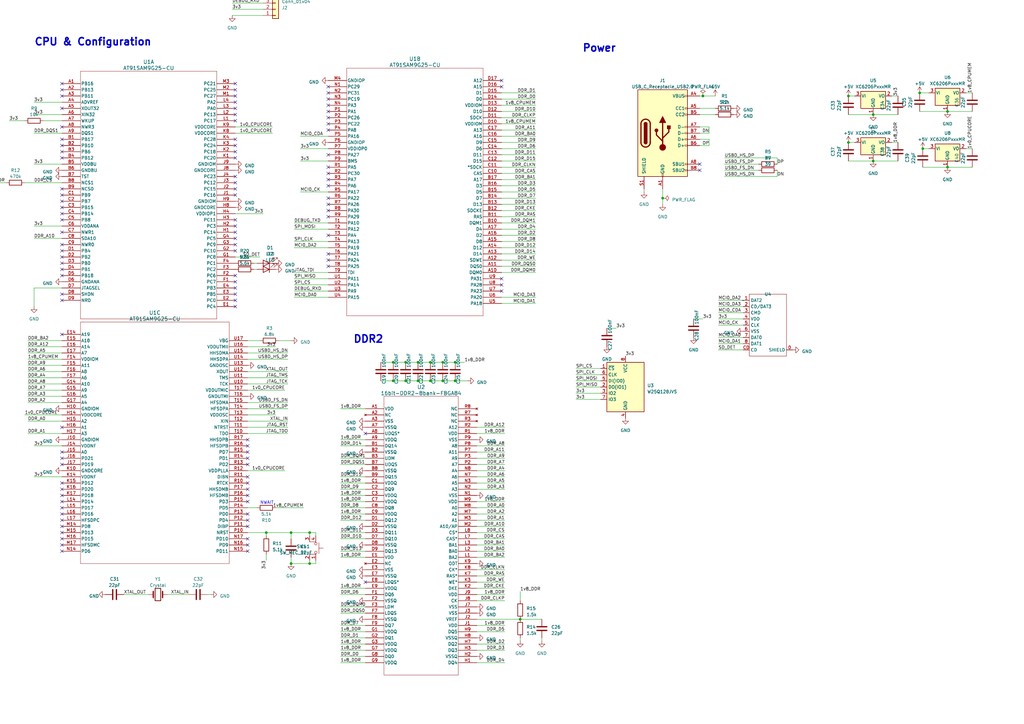
<source format=kicad_sch>
(kicad_sch (version 20230121) (generator eeschema)
  (paper "A3")
  (junction (at 176.53 148.59))
  (junction (at -45.72 113.03))
  (junction (at 288.29 39.37))
  (junction (at -40.64 113.03))
  (junction (at -30.48 120.65))
  (junction (at -60.96 120.65))
  (junction (at -55.88 113.03))
  (junction (at -50.8 162.56))
  (junction (at 388.62 45.72))
  (junction (at -55.88 154.94))
  (junction (at 127 231.14))
  (junction (at -60.96 135.89))
  (junction (at 171.45 148.59))
  (junction (at -50.8 120.65))
  (junction (at 123.19 -21.59))
  (junction (at 115.57 -36.83))
  (junction (at 271.78 81.28))
  (junction (at 109.22 218.44))
  (junction (at -35.56 120.65))
  (junction (at 119.38 231.14))
  (junction (at -35.56 113.03))
  (junction (at -30.48 113.03))
  (junction (at -45.72 154.94))
  (junction (at 115.57 -24.13))
  (junction (at -60.96 143.51))
  (junction (at 119.38 218.44))
  (junction (at -60.96 113.03))
  (junction (at 347.98 39.37))
  (junction (at -60.96 162.56))
  (junction (at 166.37 148.59))
  (junction (at 388.62 68.58))
  (junction (at 171.45 156.21))
  (junction (at 176.53 156.21))
  (junction (at 123.19 -36.83))
  (junction (at -45.72 120.65))
  (junction (at 161.29 148.59))
  (junction (at -50.8 113.03))
  (junction (at 127 218.44))
  (junction (at 186.69 148.59))
  (junction (at 181.61 156.21))
  (junction (at -60.96 154.94))
  (junction (at -55.88 120.65))
  (junction (at 378.46 60.96))
  (junction (at -55.88 143.51))
  (junction (at 213.36 254))
  (junction (at -55.88 162.56))
  (junction (at 377.19 38.1))
  (junction (at -40.64 120.65))
  (junction (at 130.81 -36.83))
  (junction (at -50.8 154.94))
  (junction (at 358.14 66.04))
  (junction (at 107.95 -26.67))
  (junction (at -55.88 135.89))
  (junction (at 358.14 46.99))
  (junction (at 181.61 148.59))
  (junction (at 161.29 156.21))
  (junction (at 130.81 -16.51))
  (junction (at 347.98 58.42))
  (junction (at 166.37 156.21))
  (junction (at -45.72 162.56))
  (junction (at 186.69 156.21))
  (no_connect (at 134.62 86.36))
  (no_connect (at 134.62 71.12))
  (no_connect (at 287.02 69.85))
  (no_connect (at 25.4 36.83))
  (no_connect (at 101.6 200.66))
  (no_connect (at 25.4 105.41))
  (no_connect (at 96.52 118.11))
  (no_connect (at 101.6 182.88))
  (no_connect (at 96.52 64.77))
  (no_connect (at 25.4 34.29))
  (no_connect (at 96.52 36.83))
  (no_connect (at 134.62 63.5))
  (no_connect (at 101.6 195.58))
  (no_connect (at 134.62 50.8))
  (no_connect (at 96.52 115.57))
  (no_connect (at 25.4 226.06))
  (no_connect (at 205.74 35.56))
  (no_connect (at 25.4 52.07))
  (no_connect (at 25.4 120.65))
  (no_connect (at 25.4 208.28))
  (no_connect (at 25.4 59.69))
  (no_connect (at 25.4 110.49))
  (no_connect (at 101.6 215.9))
  (no_connect (at 101.6 205.74))
  (no_connect (at 101.6 223.52))
  (no_connect (at 134.62 109.22))
  (no_connect (at 205.74 119.38))
  (no_connect (at 101.6 198.12))
  (no_connect (at 101.6 180.34))
  (no_connect (at 96.52 113.03))
  (no_connect (at 134.62 81.28))
  (no_connect (at 134.62 73.66))
  (no_connect (at 25.4 100.33))
  (no_connect (at 25.4 187.96))
  (no_connect (at 25.4 213.36))
  (no_connect (at 25.4 77.47))
  (no_connect (at 25.4 205.74))
  (no_connect (at 96.52 74.93))
  (no_connect (at 96.52 46.99))
  (no_connect (at 25.4 123.19))
  (no_connect (at 96.52 102.87))
  (no_connect (at 101.6 226.06))
  (no_connect (at 205.74 114.3))
  (no_connect (at 149.86 238.76))
  (no_connect (at 25.4 113.03))
  (no_connect (at 134.62 88.9))
  (no_connect (at 101.6 190.5))
  (no_connect (at 96.52 72.39))
  (no_connect (at 25.4 107.95))
  (no_connect (at 101.6 187.96))
  (no_connect (at 96.52 44.45))
  (no_connect (at 134.62 35.56))
  (no_connect (at 205.74 33.02))
  (no_connect (at 96.52 90.17))
  (no_connect (at 25.4 90.17))
  (no_connect (at 96.52 80.01))
  (no_connect (at 101.6 185.42))
  (no_connect (at 25.4 80.01))
  (no_connect (at 134.62 76.2))
  (no_connect (at 96.52 34.29))
  (no_connect (at 25.4 190.5))
  (no_connect (at 96.52 77.47))
  (no_connect (at 96.52 97.79))
  (no_connect (at 25.4 87.63))
  (no_connect (at 101.6 213.36))
  (no_connect (at 134.62 83.82))
  (no_connect (at 96.52 120.65))
  (no_connect (at 25.4 185.42))
  (no_connect (at 287.02 67.31))
  (no_connect (at 101.6 220.98))
  (no_connect (at 149.86 177.8))
  (no_connect (at 96.52 125.73))
  (no_connect (at 205.74 116.84))
  (no_connect (at 25.4 95.25))
  (no_connect (at 101.6 203.2))
  (no_connect (at 96.52 95.25))
  (no_connect (at 25.4 220.98))
  (no_connect (at 96.52 123.19))
  (no_connect (at 25.4 39.37))
  (no_connect (at 134.62 106.68))
  (no_connect (at 25.4 200.66))
  (no_connect (at 96.52 62.23))
  (no_connect (at 25.4 175.26))
  (no_connect (at 134.62 104.14))
  (no_connect (at 134.62 43.18))
  (no_connect (at 25.4 210.82))
  (no_connect (at 96.52 59.69))
  (no_connect (at 25.4 203.2))
  (no_connect (at 25.4 64.77))
  (no_connect (at 96.52 92.71))
  (no_connect (at 96.52 49.53))
  (no_connect (at 96.52 41.91))
  (no_connect (at 25.4 102.87))
  (no_connect (at 25.4 62.23))
  (no_connect (at 134.62 53.34))
  (no_connect (at 134.62 40.64))
  (no_connect (at 25.4 85.09))
  (no_connect (at 96.52 39.37))
  (no_connect (at 25.4 223.52))
  (no_connect (at 134.62 45.72))
  (no_connect (at 134.62 48.26))
  (no_connect (at 134.62 38.1))
  (no_connect (at 25.4 198.12))
  (no_connect (at 25.4 137.16))
  (no_connect (at 96.52 100.33))
  (no_connect (at 25.4 44.45))
  (no_connect (at 134.62 96.52))
  (no_connect (at 25.4 82.55))
  (no_connect (at 96.52 57.15))
  (no_connect (at 134.62 68.58))
  (no_connect (at 25.4 218.44))
  (no_connect (at 25.4 57.15))
  (no_connect (at 25.4 215.9))
  (no_connect (at 101.6 210.82))
  (wire (pts (xy 106.68 139.7) (xy 101.6 139.7)))
  (wire (pts (xy 264.16 78.74) (xy 264.16 77.47)))
  (wire (pts (xy 195.58 264.16) (xy 207.01 264.16)))
  (wire (pts (xy -30.48 113.03) (xy -22.86 113.03)))
  (wire (pts (xy 11.43 149.86) (xy 25.4 149.86)))
  (wire (pts (xy -50.8 120.65) (xy -45.72 120.65)))
  (wire (pts (xy 101.6 208.28) (xy 105.41 208.28)))
  (wire (pts (xy 347.98 39.37) (xy 350.52 39.37)))
  (wire (pts (xy -50.8 113.03) (xy -45.72 113.03)))
  (wire (pts (xy 236.22 156.21) (xy 246.38 156.21)))
  (wire (pts (xy 120.65 99.06) (xy 134.62 99.06)))
  (wire (pts (xy 95.25 -26.67) (xy 107.95 -26.67)))
  (wire (pts (xy 11.43 144.78) (xy 25.4 144.78)))
  (wire (pts (xy 195.58 200.66) (xy 207.01 200.66)))
  (wire (pts (xy -30.48 120.65) (xy -22.86 120.65)))
  (wire (pts (xy 195.58 259.08) (xy 207.01 259.08)))
  (wire (pts (xy 13.97 118.11) (xy 25.4 118.11)))
  (wire (pts (xy 195.58 185.42) (xy 207.01 185.42)))
  (wire (pts (xy 11.43 152.4) (xy 25.4 152.4)))
  (wire (pts (xy 195.58 213.36) (xy 207.01 213.36)))
  (wire (pts (xy 195.58 243.84) (xy 207.01 243.84)))
  (wire (pts (xy 378.46 60.96) (xy 381 60.96)))
  (wire (pts (xy 318.77 72.39) (xy 318.77 69.85)))
  (wire (pts (xy 139.7 220.98) (xy 149.86 220.98)))
  (wire (pts (xy 236.22 161.29) (xy 246.38 161.29)))
  (wire (pts (xy 195.58 220.98) (xy 207.01 220.98)))
  (wire (pts (xy 139.7 167.64) (xy 149.86 167.64)))
  (wire (pts (xy 139.7 228.6) (xy 149.86 228.6)))
  (wire (pts (xy 205.74 81.28) (xy 219.71 81.28)))
  (wire (pts (xy 205.74 63.5) (xy 219.71 63.5)))
  (wire (pts (xy 139.7 261.62) (xy 149.86 261.62)))
  (wire (pts (xy 11.43 157.48) (xy 25.4 157.48)))
  (wire (pts (xy -66.04 154.94) (xy -60.96 154.94)))
  (wire (pts (xy 118.11 147.32) (xy 101.6 147.32)))
  (wire (pts (xy 10.16 170.18) (xy 25.4 170.18)))
  (wire (pts (xy -55.88 143.51) (xy -45.72 143.51)))
  (wire (pts (xy 116.84 160.02) (xy 101.6 160.02)))
  (wire (pts (xy 205.74 76.2) (xy 219.71 76.2)))
  (wire (pts (xy -40.64 120.65) (xy -35.56 120.65)))
  (wire (pts (xy 171.45 148.59) (xy 176.53 148.59)))
  (wire (pts (xy 139.7 266.7) (xy 149.86 266.7)))
  (wire (pts (xy 252.73 134.62) (xy 248.92 134.62)))
  (wire (pts (xy 347.98 66.04) (xy 358.14 66.04)))
  (wire (pts (xy -66.04 162.56) (xy -60.96 162.56)))
  (wire (pts (xy 205.74 99.06) (xy 219.71 99.06)))
  (wire (pts (xy 205.74 71.12) (xy 219.71 71.12)))
  (wire (pts (xy 139.7 205.74) (xy 149.86 205.74)))
  (wire (pts (xy 11.43 154.94) (xy 25.4 154.94)))
  (wire (pts (xy 104.14 110.49) (xy 105.41 110.49)))
  (wire (pts (xy 95.25 -24.13) (xy 115.57 -24.13)))
  (wire (pts (xy 377.19 45.72) (xy 388.62 45.72)))
  (wire (pts (xy 13.97 41.91) (xy 25.4 41.91)))
  (wire (pts (xy 119.38 218.44) (xy 127 218.44)))
  (wire (pts (xy 195.58 195.58) (xy 207.01 195.58)))
  (wire (pts (xy -45.72 120.65) (xy -40.64 120.65)))
  (wire (pts (xy 195.58 256.54) (xy 207.01 256.54)))
  (wire (pts (xy -60.96 154.94) (xy -55.88 154.94)))
  (wire (pts (xy 118.11 144.78) (xy 101.6 144.78)))
  (wire (pts (xy 195.58 241.3) (xy 207.01 241.3)))
  (wire (pts (xy 129.54 218.44) (xy 129.54 219.71)))
  (wire (pts (xy 120.65 119.38) (xy 134.62 119.38)))
  (wire (pts (xy 205.74 124.46) (xy 219.71 124.46)))
  (wire (pts (xy 111.76 54.61) (xy 96.52 54.61)))
  (wire (pts (xy 347.98 58.42) (xy 350.52 58.42)))
  (wire (pts (xy 195.58 190.5) (xy 207.01 190.5)))
  (wire (pts (xy 161.29 156.21) (xy 166.37 156.21)))
  (wire (pts (xy 120.65 111.76) (xy 134.62 111.76)))
  (wire (pts (xy 119.38 218.44) (xy 119.38 220.98)))
  (wire (pts (xy 176.53 156.21) (xy 181.61 156.21)))
  (wire (pts (xy 11.43 172.72) (xy 25.4 172.72)))
  (wire (pts (xy -50.8 154.94) (xy -45.72 154.94)))
  (wire (pts (xy 219.71 40.64) (xy 205.74 40.64)))
  (wire (pts (xy 388.62 68.58) (xy 398.78 68.58)))
  (wire (pts (xy 139.7 241.3) (xy 149.86 241.3)))
  (wire (pts (xy 205.74 91.44) (xy 219.71 91.44)))
  (wire (pts (xy 287.02 54.61) (xy 290.83 54.61)))
  (wire (pts (xy 396.24 38.1) (xy 398.78 38.1)))
  (wire (pts (xy 294.64 130.81) (xy 304.8 130.81)))
  (wire (pts (xy 13.97 97.79) (xy 25.4 97.79)))
  (wire (pts (xy 205.74 48.26) (xy 219.71 48.26)))
  (wire (pts (xy 86.36 243.84) (xy 85.09 243.84)))
  (wire (pts (xy 139.7 269.24) (xy 149.86 269.24)))
  (wire (pts (xy 118.11 165.1) (xy 101.6 165.1)))
  (wire (pts (xy 77.47 243.84) (xy 68.58 243.84)))
  (wire (pts (xy 120.65 101.6) (xy 134.62 101.6)))
  (wire (pts (xy 127 229.87) (xy 127 231.14)))
  (wire (pts (xy 118.11 172.72) (xy 101.6 172.72)))
  (wire (pts (xy 290.83 59.69) (xy 290.83 57.15)))
  (wire (pts (xy 10.16 74.93) (xy 25.4 74.93)))
  (wire (pts (xy 297.18 69.85) (xy 311.15 69.85)))
  (wire (pts (xy 195.58 193.04) (xy 207.01 193.04)))
  (wire (pts (xy 294.64 123.19) (xy 304.8 123.19)))
  (wire (pts (xy 205.74 78.74) (xy 219.71 78.74)))
  (wire (pts (xy -45.72 113.03) (xy -40.64 113.03)))
  (wire (pts (xy 139.7 248.92) (xy 149.86 248.92)))
  (wire (pts (xy 13.97 182.88) (xy 25.4 182.88)))
  (wire (pts (xy 181.61 148.59) (xy 186.69 148.59)))
  (wire (pts (xy 205.74 50.8) (xy 219.71 50.8)))
  (wire (pts (xy 139.7 251.46) (xy 149.86 251.46)))
  (wire (pts (xy 195.58 226.06) (xy 207.01 226.06)))
  (wire (pts (xy 293.37 39.37) (xy 288.29 39.37)))
  (wire (pts (xy -55.88 162.56) (xy -50.8 162.56)))
  (wire (pts (xy 195.58 182.88) (xy 207.01 182.88)))
  (wire (pts (xy 318.77 64.77) (xy 318.77 67.31)))
  (wire (pts (xy 113.03 208.28) (xy 124.46 208.28)))
  (wire (pts (xy 195.58 175.26) (xy 207.01 175.26)))
  (wire (pts (xy 294.64 140.97) (xy 304.8 140.97)))
  (wire (pts (xy 13.97 54.61) (xy 25.4 54.61)))
  (wire (pts (xy 166.37 156.21) (xy 171.45 156.21)))
  (wire (pts (xy 195.58 228.6) (xy 207.01 228.6)))
  (wire (pts (xy 120.65 116.84) (xy 134.62 116.84)))
  (wire (pts (xy 95.25 -11.43) (xy 133.35 -11.43)))
  (wire (pts (xy 195.58 238.76) (xy 207.01 238.76)))
  (wire (pts (xy 13.97 92.71) (xy 25.4 92.71)))
  (wire (pts (xy 205.74 109.22) (xy 219.71 109.22)))
  (wire (pts (xy 95.25 1.27) (xy 107.95 1.27)))
  (wire (pts (xy 119.38 231.14) (xy 119.38 228.6)))
  (wire (pts (xy 195.58 210.82) (xy 207.01 210.82)))
  (wire (pts (xy 195.58 233.68) (xy 207.01 233.68)))
  (wire (pts (xy 297.18 72.39) (xy 318.77 72.39)))
  (wire (pts (xy 111.76 52.07) (xy 96.52 52.07)))
  (wire (pts (xy 205.74 43.18) (xy 219.71 43.18)))
  (wire (pts (xy 205.74 83.82) (xy 219.71 83.82)))
  (wire (pts (xy 123.19 -36.83) (xy 130.81 -36.83)))
  (wire (pts (xy 95.25 -13.97) (xy 133.35 -13.97)))
  (wire (pts (xy 293.37 46.99) (xy 287.02 46.99)))
  (wire (pts (xy 13.97 118.11) (xy 13.97 125.73)))
  (wire (pts (xy 95.25 6.35) (xy 107.95 6.35)))
  (wire (pts (xy 139.7 190.5) (xy 149.86 190.5)))
  (wire (pts (xy 11.43 142.24) (xy 25.4 142.24)))
  (wire (pts (xy 139.7 226.06) (xy 149.86 226.06)))
  (wire (pts (xy -55.88 135.89) (xy -45.72 135.89)))
  (wire (pts (xy 171.45 156.21) (xy 176.53 156.21)))
  (wire (pts (xy 195.58 236.22) (xy 207.01 236.22)))
  (wire (pts (xy 119.38 139.7) (xy 114.3 139.7)))
  (wire (pts (xy 120.65 93.98) (xy 134.62 93.98)))
  (wire (pts (xy 222.25 262.89) (xy 222.25 261.62)))
  (wire (pts (xy 213.36 254) (xy 222.25 254)))
  (wire (pts (xy 127 218.44) (xy 129.54 218.44)))
  (wire (pts (xy 195.58 271.78) (xy 207.01 271.78)))
  (wire (pts (xy 118.11 167.64) (xy 101.6 167.64)))
  (wire (pts (xy 297.18 67.31) (xy 311.15 67.31)))
  (wire (pts (xy -6.35 74.93) (xy 2.54 74.93)))
  (wire (pts (xy 205.74 60.96) (xy 219.71 60.96)))
  (wire (pts (xy 139.7 198.12) (xy 149.86 198.12)))
  (wire (pts (xy -60.96 162.56) (xy -55.88 162.56)))
  (wire (pts (xy -50.8 162.56) (xy -45.72 162.56)))
  (wire (pts (xy 118.11 152.4) (xy 101.6 152.4)))
  (wire (pts (xy 13.97 46.99) (xy 25.4 46.99)))
  (wire (pts (xy 139.7 259.08) (xy 149.86 259.08)))
  (wire (pts (xy -55.88 120.65) (xy -50.8 120.65)))
  (wire (pts (xy -60.96 120.65) (xy -55.88 120.65)))
  (wire (pts (xy 115.57 -36.83) (xy 123.19 -36.83)))
  (wire (pts (xy 388.62 45.72) (xy 398.78 45.72)))
  (wire (pts (xy 11.43 162.56) (xy 25.4 162.56)))
  (wire (pts (xy 205.74 73.66) (xy 219.71 73.66)))
  (wire (pts (xy -60.96 113.03) (xy -55.88 113.03)))
  (wire (pts (xy 139.7 243.84) (xy 149.86 243.84)))
  (wire (pts (xy -45.72 162.56) (xy -27.94 162.56)))
  (wire (pts (xy 11.43 160.02) (xy 25.4 160.02)))
  (wire (pts (xy 115.57 -29.21) (xy 115.57 -24.13)))
  (wire (pts (xy 13.97 67.31) (xy 25.4 67.31)))
  (wire (pts (xy 365.76 39.37) (xy 368.3 39.37)))
  (wire (pts (xy 288.29 39.37) (xy 287.02 39.37)))
  (wire (pts (xy 186.69 156.21) (xy 191.77 156.21)))
  (wire (pts (xy 236.22 153.67) (xy 246.38 153.67)))
  (wire (pts (xy 205.74 106.68) (xy 219.71 106.68)))
  (wire (pts (xy 205.74 68.58) (xy 219.71 68.58)))
  (wire (pts (xy 378.46 68.58) (xy 388.62 68.58)))
  (wire (pts (xy 25.4 147.32) (xy 11.43 147.32)))
  (wire (pts (xy 101.6 177.8) (xy 118.11 177.8)))
  (wire (pts (xy 139.7 200.66) (xy 149.86 200.66)))
  (wire (pts (xy 139.7 210.82) (xy 149.86 210.82)))
  (wire (pts (xy 236.22 158.75) (xy 246.38 158.75)))
  (wire (pts (xy 195.58 177.8) (xy 207.01 177.8)))
  (wire (pts (xy 271.78 81.28) (xy 271.78 77.47)))
  (wire (pts (xy 50.8 243.84) (xy 60.96 243.84)))
  (wire (pts (xy 120.65 114.3) (xy 134.62 114.3)))
  (wire (pts (xy 123.19 55.88) (xy 134.62 55.88)))
  (wire (pts (xy 120.65 121.92) (xy 134.62 121.92)))
  (wire (pts (xy 123.19 78.74) (xy 134.62 78.74)))
  (wire (pts (xy 139.7 271.78) (xy 149.86 271.78)))
  (wire (pts (xy 139.7 203.2) (xy 149.86 203.2)))
  (wire (pts (xy 236.22 151.13) (xy 246.38 151.13)))
  (wire (pts (xy 195.58 187.96) (xy 207.01 187.96)))
  (wire (pts (xy 109.22 227.33) (xy 109.22 229.87)))
  (wire (pts (xy 104.14 107.95) (xy 105.41 107.95)))
  (wire (pts (xy 3.81 49.53) (xy 10.16 49.53)))
  (wire (pts (xy 161.29 148.59) (xy 166.37 148.59)))
  (wire (pts (xy 205.74 58.42) (xy 219.71 58.42)))
  (wire (pts (xy 129.54 231.14) (xy 129.54 229.87)))
  (wire (pts (xy 294.64 125.73) (xy 304.8 125.73)))
  (wire (pts (xy 195.58 254) (xy 213.36 254)))
  (wire (pts (xy 205.74 88.9) (xy 219.71 88.9)))
  (wire (pts (xy 365.76 58.42) (xy 368.3 58.42)))
  (wire (pts (xy 107.95 87.63) (xy 96.52 87.63)))
  (wire (pts (xy 205.74 96.52) (xy 219.71 96.52)))
  (wire (pts (xy 294.64 143.51) (xy 304.8 143.51)))
  (wire (pts (xy 11.43 139.7) (xy 25.4 139.7)))
  (wire (pts (xy 95.25 -1.27) (xy 107.95 -1.27)))
  (wire (pts (xy 205.74 45.72) (xy 219.71 45.72)))
  (wire (pts (xy 139.7 256.54) (xy 149.86 256.54)))
  (wire (pts (xy 95.25 -21.59) (xy 123.19 -21.59)))
  (wire (pts (xy 11.43 177.8) (xy 25.4 177.8)))
  (wire (pts (xy 139.7 187.96) (xy 149.86 187.96)))
  (wire (pts (xy 156.21 148.59) (xy 161.29 148.59)))
  (wire (pts (xy 195.58 266.7) (xy 207.01 266.7)))
  (wire (pts (xy 358.14 46.99) (xy 368.3 46.99)))
  (wire (pts (xy 347.98 46.99) (xy 358.14 46.99)))
  (wire (pts (xy 290.83 57.15) (xy 287.02 57.15)))
  (wire (pts (xy -35.56 120.65) (xy -30.48 120.65)))
  (wire (pts (xy 107.95 -26.67) (xy 133.35 -26.67)))
  (wire (pts (xy 123.19 -29.21) (xy 123.19 -21.59)))
  (wire (pts (xy 115.57 -24.13) (xy 133.35 -24.13)))
  (wire (pts (xy 236.22 163.83) (xy 246.38 163.83)))
  (wire (pts (xy 176.53 148.59) (xy 181.61 148.59)))
  (wire (pts (xy 205.74 55.88) (xy 219.71 55.88)))
  (wire (pts (xy 130.81 -29.21) (xy 130.81 -16.51)))
  (wire (pts (xy 118.11 157.48) (xy 101.6 157.48)))
  (wire (pts (xy 205.74 53.34) (xy 219.71 53.34)))
  (wire (pts (xy 195.58 218.44) (xy 207.01 218.44)))
  (wire (pts (xy 195.58 198.12) (xy 207.01 198.12)))
  (wire (pts (xy 139.7 180.34) (xy 149.86 180.34)))
  (wire (pts (xy 127 231.14) (xy 129.54 231.14)))
  (wire (pts (xy -66.04 113.03) (xy -60.96 113.03)))
  (wire (pts (xy 186.69 148.59) (xy 190.5 148.59)))
  (wire (pts (xy 139.7 208.28) (xy 149.86 208.28)))
  (wire (pts (xy 130.81 -36.83) (xy 137.16 -36.83)))
  (wire (pts (xy 139.7 195.58) (xy 149.86 195.58)))
  (wire (pts (xy 139.7 218.44) (xy 149.86 218.44)))
  (wire (pts (xy -45.72 154.94) (xy -27.94 154.94)))
  (wire (pts (xy 195.58 208.28) (xy 207.01 208.28)))
  (wire (pts (xy 290.83 52.07) (xy 290.83 54.61)))
  (wire (pts (xy -35.56 113.03) (xy -30.48 113.03)))
  (wire (pts (xy 95.25 3.81) (xy 107.95 3.81)))
  (wire (pts (xy 377.19 38.1) (xy 381 38.1)))
  (wire (pts (xy 271.78 83.82) (xy 271.78 81.28)))
  (wire (pts (xy 166.37 148.59) (xy 171.45 148.59)))
  (wire (pts (xy 205.74 66.04) (xy 219.71 66.04)))
  (wire (pts (xy 120.65 91.44) (xy 134.62 91.44)))
  (wire (pts (xy 123.19 -21.59) (xy 133.35 -21.59)))
  (wire (pts (xy 297.18 64.77) (xy 318.77 64.77)))
  (wire (pts (xy 156.21 156.21) (xy 161.29 156.21)))
  (wire (pts (xy 205.74 121.92) (xy 219.71 121.92)))
  (wire (pts (xy 11.43 165.1) (xy 25.4 165.1)))
  (wire (pts (xy 123.19 60.96) (xy 134.62 60.96)))
  (wire (pts (xy -60.96 135.89) (xy -55.88 135.89)))
  (wire (pts (xy 195.58 223.52) (xy 207.01 223.52)))
  (wire (pts (xy -55.88 154.94) (xy -50.8 154.94)))
  (wire (pts (xy 213.36 242.57) (xy 213.36 246.38)))
  (wire (pts (xy 17.78 49.53) (xy 25.4 49.53)))
  (wire (pts (xy 195.58 205.74) (xy 207.01 205.74)))
  (wire (pts (xy 293.37 44.45) (xy 287.02 44.45)))
  (wire (pts (xy 205.74 86.36) (xy 219.71 86.36)))
  (wire (pts (xy 205.74 101.6) (xy 219.71 101.6)))
  (wire (pts (xy 113.03 142.24) (xy 101.6 142.24)))
  (wire (pts (xy 288.29 130.81) (xy 284.48 130.81)))
  (wire (pts (xy 181.61 156.21) (xy 186.69 156.21)))
  (wire (pts (xy 107.95 -29.21) (xy 107.95 -26.67)))
  (wire (pts (xy 205.74 93.98) (xy 219.71 93.98)))
  (wire (pts (xy 127 218.44) (xy 127 219.71)))
  (wire (pts (xy -66.04 120.65) (xy -60.96 120.65)))
  (wire (pts (xy 101.6 175.26) (xy 118.11 175.26)))
  (wire (pts (xy 205.74 38.1) (xy 219.71 38.1)))
  (wire (pts (xy 96.52 105.41) (xy 106.68 105.41)))
  (wire (pts (xy 116.84 193.04) (xy 101.6 193.04)))
  (wire (pts (xy 95.25 -19.05) (xy 133.35 -19.05)))
  (wire (pts (xy 130.81 -16.51) (xy 133.35 -16.51)))
  (wire (pts (xy 95.25 -16.51) (xy 130.81 -16.51)))
  (wire (pts (xy -66.04 143.51) (xy -60.96 143.51)))
  (wire (pts (xy 396.24 60.96) (xy 398.78 60.96)))
  (wire (pts (xy 139.7 213.36) (xy 149.86 213.36)))
  (wire (pts (xy 107.95 -36.83) (xy 115.57 -36.83)))
  (wire (pts (xy 109.22 219.71) (xy 109.22 218.44)))
  (wire (pts (xy 109.22 218.44) (xy 119.38 218.44)))
  (wire (pts (xy 205.74 104.14) (xy 219.71 104.14)))
  (wire (pts (xy -40.64 113.03) (xy -35.56 113.03)))
  (wire (pts (xy -66.04 135.89) (xy -60.96 135.89)))
  (wire (pts (xy 358.14 66.04) (xy 368.3 66.04)))
  (wire (pts (xy 139.7 182.88) (xy 149.86 182.88)))
  (wire (pts (xy 287.02 52.07) (xy 290.83 52.07)))
  (wire (pts (xy -55.88 113.03) (xy -50.8 113.03)))
  (wire (pts (xy 205.74 111.76) (xy 219.71 111.76)))
  (wire (pts (xy 287.02 59.69) (xy 290.83 59.69)))
  (wire (pts (xy 195.58 246.38) (xy 207.01 246.38)))
  (wire (pts (xy 294.64 128.27) (xy 304.8 128.27)))
  (wire (pts (xy 118.11 154.94) (xy 101.6 154.94)))
  (wire (pts (xy 113.03 170.18) (xy 101.6 170.18)))
  (wire (pts (xy 13.97 195.58) (xy 25.4 195.58)))
  (wire (pts (xy 119.38 231.14) (xy 127 231.14)))
  (wire (pts (xy 101.6 218.44) (xy 109.22 218.44)))
  (wire (pts (xy -60.96 143.51) (xy -55.88 143.51)))
  (wire (pts (xy 139.7 264.16) (xy 149.86 264.16)))
  (wire (pts (xy 294.64 138.43) (xy 304.8 138.43)))
  (wire (pts (xy 123.19 66.04) (xy 134.62 66.04)))
  (wire (pts (xy 294.64 133.35) (xy 304.8 133.35)))
  (wire (pts (xy 195.58 215.9) (xy 207.01 215.9)))
  (wire (pts (xy 213.36 261.62) (xy 213.36 262.89)))
  (text "CPU & Configuration\n" (at 13.97 19.05 0) (effects (font (size 3 3) (thickness 0.6) bold) (justify left bottom)))
  (text "NWAIT" (at 106.68 207.01 0) (effects (font (size 1.27 1.27)) (justify left bottom)))
  (text "Power" (at 238.76 21.59 0) (effects (font (size 3 3) (thickness 0.6) bold) (justify left bottom)))
  (text "DDR2" (at 144.78 140.97 0) (effects (font (size 3 3) (thickness 0.6) bold) (justify left bottom)))
  (label "DDR_A5" (at 207.01 198.12 180))
  (label "DDR_D1" (at 139.7 261.62 0))
  (label "DDR_A5" (at 11.43 144.78 0))
  (label "3v3" (at 294.64 130.81 0))
  (label "1v8_DDR" (at 207.01 205.74 180))
  (label "DDR_RAS" (at 207.01 236.22 180))
  (label "DDR_D7" (at 139.7 256.54 0))
  (label "3v3" (at 256.54 146.05 0))
  (label "DEBUG_RXD" (at 95.25 1.27 0))
  (label "DDR_A3" (at 11.43 162.56 0))
  (label "3v3" (at 236.22 161.29 0))
  (label "DDR_A11" (at 207.01 185.42 180))
  (label "MCI0_CK" (at 294.64 133.35 0))
  (label "DDR_D8" (at 219.71 99.06 180))
  (label "JTAG_TDI" (at 120.65 111.76 0))
  (label "DDR_D11" (at 219.71 63.5 180))
  (label "SPI_CS" (at 236.22 151.13 0))
  (label "JTAG_TDO" (at 95.25 -19.05 0))
  (label "DDR_D14" (at 219.71 104.14 180))
  (label "MCI0_DA3" (at 294.64 125.73 0))
  (label "1v0_CPUCORE" (at 111.76 52.07 180))
  (label "JTAG_TMS" (at 118.11 154.94 180))
  (label "MCI0_DA0" (at 120.65 121.92 0))
  (label "JTAG_TCK" (at 95.25 -16.51 0))
  (label "DDR_CKE" (at 207.01 241.3 180))
  (label "SD_DET" (at 106.68 105.41 180))
  (label "JTAG_TDI" (at 95.25 -26.67 0))
  (label "1v8_CPUMEM" (at 11.43 147.32 0))
  (label "DDR_CLKP" (at 207.01 246.38 180))
  (label "MCI0_DA2" (at 294.64 123.19 0))
  (label "JTAG_RST" (at 118.11 175.26 180))
  (label "DDR_CLKN" (at 219.71 68.58 180))
  (label "DDR_D5" (at 219.71 78.74 180))
  (label "3v3" (at 368.3 39.37 90))
  (label "DDR_A1" (at 11.43 177.8 0))
  (label "1v0_CPUCORE" (at 111.76 54.61 180))
  (label "SPI_CLK" (at 236.22 153.67 0))
  (label "1v8_DDR" (at 368.3 58.42 90))
  (label "JTAG_RST" (at 95.25 -21.59 0))
  (label "JTAG_TCK" (at 118.11 157.48 180))
  (label "MCI0_DA3" (at 219.71 121.92 180))
  (label "1v0_CPUCORE" (at 116.84 193.04 180))
  (label "1v8_DDR" (at 139.7 167.64 0))
  (label "DDR_CAS" (at 219.71 71.12 180))
  (label "USBD_HS_DN" (at 118.11 144.78 180))
  (label "USBD_FS_DP" (at 118.11 167.64 180))
  (label "SPI_MISO" (at 236.22 158.75 0))
  (label "1v8_DDR" (at 139.7 205.74 0))
  (label "DDR_D4" (at 219.71 93.98 180))
  (label "DDR_BA0" (at 207.01 226.06 180))
  (label "1v8_CPUMEM" (at 219.71 43.18 180))
  (label "SPI_MISO" (at 120.65 114.3 0))
  (label "MCI0_DA2" (at 120.65 101.6 0))
  (label "1v8_DDR" (at 139.7 198.12 0))
  (label "DDR_D6" (at 219.71 60.96 180))
  (label "DDR_WE" (at 207.01 238.76 180))
  (label "1v8_DDR" (at 139.7 180.34 0))
  (label "MCI0_CDA" (at 123.19 55.88 0))
  (label "DDR_DQM0" (at 219.71 111.76 180))
  (label "SPI_MOSI" (at 236.22 156.21 0))
  (label "1v8_DDR" (at 207.01 243.84 180))
  (label "1v8_DDR" (at 139.7 271.78 0))
  (label "DDR_D3" (at 219.71 76.2 180))
  (label "1v8_DDR" (at 139.7 228.6 0))
  (label "1v0_CPUCORE" (at -27.94 154.94 0))
  (label "DDR_A11" (at 219.71 53.34 180))
  (label "3v3" (at 13.97 46.99 0))
  (label "DEBUG_TXD" (at 95.25 -1.27 0))
  (label "DDR_CLKN" (at 207.01 233.68 180))
  (label "1v8_DDR" (at 213.36 242.57 0))
  (label "1v0_CPUCORE" (at 116.84 160.02 180))
  (label "DDR_BA0" (at 219.71 55.88 180))
  (label "DDR_DQS1" (at 139.7 190.5 0))
  (label "USBD_FS_DP" (at 297.18 67.31 0))
  (label "DDR_CAS" (at 207.01 220.98 180))
  (label "DDR_A3" (at 207.01 200.66 180))
  (label "3v3" (at 95.25 -13.97 0))
  (label "3v3" (at 13.97 41.91 0))
  (label "3v3" (at 123.19 60.96 0))
  (label "DP" (at 290.83 59.69 180))
  (label "DDR_D5" (at 207.01 259.08 180))
  (label "SPI_CLK" (at 120.65 99.06 0))
  (label "DDR_DQS0" (at 139.7 251.46 0))
  (label "DDR_CLKP" (at 219.71 48.26 180))
  (label "DDR_A1" (at 207.01 213.36 180))
  (label "1v0_CPUCORE" (at 10.16 170.18 0))
  (label "DDR_RAS" (at 219.71 88.9 180))
  (label "DDR_A0" (at 11.43 172.72 0))
  (label "DDR_D15" (at 139.7 195.58 0))
  (label "DDR_CS" (at 207.01 218.44 180))
  (label "XTAL_IN" (at 77.47 243.84 180))
  (label "3v3" (at 113.03 142.24 180))
  (label "3v3" (at 13.97 67.31 0))
  (label "DDR_D10" (at 219.71 45.72 180))
  (label "JTAG_TDO" (at 118.11 177.8 180))
  (label "3v3" (at 107.95 87.63 180))
  (label "DEBUG_TXD" (at 120.65 91.44 0))
  (label "1v8_CPUMEM" (at 398.78 38.1 90))
  (label "DDR_A6" (at 207.01 195.58 180))
  (label "DDR_D11" (at 139.7 218.44 0))
  (label "DDR_A8" (at 11.43 157.48 0))
  (label "1v8_DDR" (at 207.01 256.54 180))
  (label "MCI0_CDA" (at 294.64 128.27 0))
  (label "1v8_DDR" (at 139.7 259.08 0))
  (label "USBD_FS_DN" (at 118.11 165.1 180))
  (label "1v8_DDR" (at 139.7 210.82 0))
  (label "1v8_CPUMEM" (at 219.71 50.8 180))
  (label "DDR_D13" (at 139.7 226.06 0))
  (label "USBD_HS_DN" (at 297.18 72.39 0))
  (label "DDR_A12" (at 207.01 175.26 180))
  (label "DDR_DQM0" (at 139.7 248.92 0))
  (label "DDR_D12" (at 219.71 101.6 180))
  (label "1v8_DDR" (at 207.01 177.8 180))
  (label "DDR_CKE" (at 219.71 86.36 180))
  (label "DDR_A10" (at 13.97 97.79 0))
  (label "DDR_D8" (at 139.7 208.28 0))
  (label "DDR_A4" (at 11.43 154.94 0))
  (label "1v8_DDR" (at 139.7 264.16 0))
  (label "DP" (at 318.77 67.31 0))
  (label "DDR_BA2" (at 11.43 139.7 0))
  (label "DDR_D7" (at 219.71 81.28 180))
  (label "DDR_BA1" (at 219.71 73.66 180))
  (label "3v3" (at 13.97 92.71 0))
  (label "XTAL_OUT" (at 50.8 243.84 0))
  (label "XTAL_IN" (at 118.11 172.72 180))
  (label "DDR_A0" (at 207.01 208.28 180))
  (label "MCI0_DA0" (at 294.64 138.43 0))
  (label "3v3" (at -22.86 113.03 0))
  (label "MCI0_DA1" (at 219.71 124.46 180))
  (label "DDR_D9" (at 219.71 58.42 180))
  (label "DDR_D12" (at 139.7 213.36 0))
  (label "DEBUG_RXD" (at 120.65 119.38 0))
  (label "DDR_D0" (at 139.7 269.24 0))
  (label "1v0_CPUCORE" (at 398.78 60.96 90))
  (label "USBD_HS_DP" (at 118.11 147.32 180))
  (label "3v3" (at 123.19 66.04 0))
  (label "3v3" (at 236.22 163.83 0))
  (label "3v3" (at 3.81 49.53 0))
  (label "DDR_A7" (at 207.01 190.5 180))
  (label "3v3" (at 288.29 130.81 0))
  (label "DDR_D9" (at 139.7 200.66 0))
  (label "DDR_A7" (at 11.43 160.02 0))
  (label "DDR_DQS0" (at 219.71 109.22 180))
  (label "DDR_D13" (at 219.71 83.82 180))
  (label "DDR_D4" (at 207.01 271.78 180))
  (label "USBD_FS_DN" (at 297.18 69.85 0))
  (label "1v8_DDR" (at 139.7 203.2 0))
  (label "DDR_DQM1" (at 219.71 91.44 180))
  (label "DDR_D2" (at 219.71 96.52 180))
  (label "3v3" (at 113.03 170.18 180))
  (label "3v3" (at 95.25 3.81 0))
  (label "DDR_A10" (at 207.01 215.9 180))
  (label "DDR_WE" (at 219.71 106.68 180))
  (label "DDR_CS" (at 13.97 74.93 0))
  (label "MCI0_DA1" (at 294.64 140.97 0))
  (label "DDR_A9" (at 207.01 187.96 180))
  (label "DDR_BA2" (at 207.01 228.6 180))
  (label "1v8_DDR" (at 139.7 266.7 0))
  (label "MCI0_CK" (at 123.19 78.74 0))
  (label "1v8_CPUMEM" (at 124.46 208.28 180))
  (label "DN" (at 290.83 54.61 180))
  (label "JTAG_TMS" (at 95.25 -24.13 0))
  (label "1v8_CPUMEM" (at -45.72 135.89 0))
  (label "DDR_A9" (at 11.43 149.86 0))
  (label "SD_DET" (at 294.64 143.51 0))
  (label "XTAL_OUT" (at 118.11 152.4 180))
  (label "DDR_D1" (at 219.71 38.1 180))
  (label "DDR_A12" (at 11.43 142.24 0))
  (label "DDR_A8" (at 207.01 182.88 180))
  (label "3v3" (at 13.97 195.58 0))
  (label "DDR_A6" (at 11.43 152.4 0))
  (label "DDR_D10" (at 139.7 220.98 0))
  (label "DDR_D0" (at 219.71 40.64 180))
  (label "DDR_A4" (at 207.01 193.04 180))
  (label "DDR_D14" (at 139.7 182.88 0))
  (label "DDR_D3" (at 207.01 266.7 180))
  (label "DDR_BA1" (at 207.01 223.52 180))
  (label "DDR_D15" (at 219.71 66.04 180))
  (label "1v8_DDR" (at 139.7 241.3 0))
  (label "3v3" (at 137.16 -36.83 0))
  (label "DDR_D6" (at 139.7 243.84 0))
  (label "DDR_DQS1" (at 13.97 54.61 0))
  (label "SPI_CS" (at 120.65 116.84 0))
  (label "3v3" (at 109.22 229.87 270))
  (label "USBD_HS_DP" (at 297.18 64.77 0))
  (label "DDR_A2" (at 207.01 210.82 180))
  (label "DN" (at 318.77 72.39 0))
  (label "3v3" (at 252.73 134.62 0))
  (label "1v8_DDR" (at -6.35 74.93 0))
  (label "3v3" (at 13.97 182.88 0))
  (label "1v8_DDR" (at 190.5 148.59 0))
  (label "DDR_DQM1" (at 139.7 187.96 0))
  (label "SPI_MOSI" (at 120.65 93.98 0))
  (label "DDR_A2" (at 11.43 165.1 0))
  (label "DDR_D2" (at 207.01 264.16 180))
  (symbol (lib_id "Device:R") (at 213.36 250.19 180) (unit 1)
    (property "Reference" "R15" (at 215.9 249.555 0) (effects (justify right)))
    (property "Value" "1.5k" (at 215.9 252.095 0) (effects (justify right)))
    (property "Footprint" "jlywxy:0603" (effects hide))
  )
  (symbol (lib_id "Device:C") (at 161.29 152.4 180) (unit 1)
    (property "Reference" "C20" (at 162.56 153.67 90) (effects (justify left)))
    (property "Value" "100nF" (at 162.56 144.78 90) (effects (justify left)))
    (property "Footprint" "jlywxy:0402" (effects hide))
  )
  (symbol (lib_id "Device:R") (at 100.33 110.49 270) (unit 1)
    (property "Reference" "R21" (at 100.33 105.41 90))
    (property "Value" "5.6k" (at 100.33 107.95 90))
    (property "Footprint" "jlywxy:0603" (effects hide))
  )
  (symbol (lib_id "Device:C") (at -35.56 116.84 180) (unit 1)
    (property "Reference" "C7" (at -34.29 118.11 90) (effects (justify left)))
    (property "Value" "100nF" (at -34.29 109.22 90) (effects (justify left)))
    (property "Footprint" "jlywxy:0402" (effects hide))
  )
  (symbol (lib_id "Device:C") (at -55.88 158.75 180) (unit 1)
    (property "Reference" "C14" (at -54.61 160.02 90) (effects (justify left)))
    (property "Value" "100nF" (at -54.61 151.13 90) (effects (justify left)))
    (property "Footprint" "jlywxy:0402" (effects hide))
  )
  (symbol (lib_id "Device:LED") (at 109.22 110.49 180) (unit 1)
    (property "Reference" "D2" (at 110.8075 104.14 0))
    (property "Value" "LED" (at 110.8075 106.68 0))
    (property "Footprint" "LED_SMD:LED_0603_1608Metric_Pad1.05x0.95mm_HandSolder" (effects hide))
  )
  (symbol (lib_id "power:GND") (at -27.94 162.56 0) (unit 1)
    (property "Reference" "#PWR066" (effects hide))
    (property "Value" "GND" (at -27.94 167.64 0))
  )
  (symbol (lib_id "power:GND") (at 300.99 46.99 90) (unit 1)
    (property "Reference" "#PWR06" (effects hide))
    (property "Value" "GND" (at 304.8 47.625 90) (effects (justify right)))
  )
  (symbol (lib_id "power:GND") (at 300.99 44.45 90) (unit 1)
    (property "Reference" "#PWR05" (effects hide))
    (property "Value" "GND" (at 304.8 45.085 90) (effects (justify right)))
  )
  (symbol (lib_id "Device:R") (at 130.81 -33.02 180) (unit 1)
    (property "Reference" "R24" (at 135.89 -33.02 90))
    (property "Value" "10k" (at 133.35 -33.02 90))
    (property "Footprint" "jlywxy:0402" (effects hide))
  )
  (symbol (lib_id "Device:R") (at 115.57 -33.02 180) (unit 1)
    (property "Reference" "R22" (at 120.65 -33.02 90))
    (property "Value" "10k" (at 118.11 -33.02 90))
    (property "Footprint" "jlywxy:0402" (effects hide))
  )
  (symbol (lib_id "power:GND") (at 25.4 72.39 270) (unit 1)
    (property "Reference" "#PWR057" (effects hide))
    (property "Value" "GND" (at 21.59 73.025 90) (effects (justify right)))
  )
  (symbol (lib_id "Device:C") (at -66.04 139.7 180) (unit 1)
    (property "Reference" "C9" (at -64.77 140.97 90) (effects (justify left)))
    (property "Value" "100nF" (at -64.77 132.08 90) (effects (justify left)))
    (property "Footprint" "jlywxy:0402" (effects hide))
  )
  (symbol (lib_id "power:GND") (at 96.52 85.09 90) (unit 1)
    (property "Reference" "#PWR025" (effects hide))
    (property "Value" "GND" (at 100.33 85.725 90) (effects (justify right)))
  )
  (symbol (lib_id "power:GND") (at 25.4 69.85 270) (unit 1)
    (property "Reference" "#PWR028" (effects hide))
    (property "Value" "GND" (at 21.59 70.485 90) (effects (justify right)))
  )
  (symbol (lib_id "Device:R") (at 213.36 257.81 180) (unit 1)
    (property "Reference" "R14" (at 215.9 257.175 0) (effects (justify right)))
    (property "Value" "1.5k" (at 215.9 259.715 0) (effects (justify right)))
    (property "Footprint" "jlywxy:0603" (effects hide))
  )
  (symbol (lib_id "power:GND") (at 304.8 135.89 270) (unit 1)
    (property "Reference" "#PWR052" (effects hide))
    (property "Value" "GND" (at 300.99 136.525 90) (effects (justify right)))
  )
  (symbol (lib_id "jlywxy:AT91SAM9G25-CU") (at 25.4 34.29 0) (unit 1)
    (property "Reference" "U1" (at 60.96 25.4 0) (effects (font (size 1.524 1.524))))
    (property "Value" "AT91SAM9G25-CU" (at 60.96 27.94 0) (effects (font (size 1.524 1.524))))
    (property "Footprint" "jlywxy:AT91SAM9G25_JKT" (effects hide))
    (property "Datasheet" "AT91SAM9G25-CU" (effects hide))
  )
  (symbol (lib_id "Device:R") (at 109.22 208.28 90) (unit 1)
    (property "Reference" "R10" (at 109.22 213.36 90))
    (property "Value" "5.1k" (at 109.22 210.82 90))
    (property "Footprint" "jlywxy:0402" (effects hide))
  )
  (symbol (lib_id "power:GND") (at 113.03 107.95 90) (unit 1)
    (property "Reference" "#PWR068" (effects hide))
    (property "Value" "GND" (at 116.84 108.585 90) (effects (justify right)))
  )
  (symbol (lib_id "Device:C") (at 119.38 224.79 180) (unit 1)
    (property "Reference" "C41" (at 123.19 224.155 0) (effects (justify right)))
    (property "Value" "22pF" (at 123.19 226.695 0) (effects (justify right)))
    (property "Footprint" "jlywxy:0402" (effects hide))
  )
  (symbol (lib_id "power:GND") (at 25.4 167.64 270) (unit 1)
    (property "Reference" "#PWR030" (effects hide))
    (property "Value" "GND" (at 21.59 168.275 90) (effects (justify right)))
  )
  (symbol (lib_id "power:GND") (at 149.86 246.38 270) (unit 1)
    (property "Reference" "#PWR041" (effects hide))
    (property "Value" "GND" (at 146.05 247.015 90) (effects (justify right)))
  )
  (symbol (lib_id "Device:C") (at 378.46 64.77 180) (unit 1)
    (property "Reference" "C39" (at 372.11 64.77 90))
    (property "Value" "22pF" (at 374.65 64.77 90))
    (property "Footprint" "jlywxy:0402" (effects hide))
  )
  (symbol (lib_id "Device:C") (at -40.64 116.84 180) (unit 1)
    (property "Reference" "C6" (at -39.37 118.11 90) (effects (justify left)))
    (property "Value" "100nF" (at -39.37 109.22 90) (effects (justify left)))
    (property "Footprint" "jlywxy:0402" (effects hide))
  )
  (symbol (lib_id "Device:C") (at -66.04 158.75 180) (unit 1)
    (property "Reference" "C12" (at -64.77 160.02 90) (effects (justify left)))
    (property "Value" "100nF" (at -64.77 151.13 90) (effects (justify left)))
    (property "Footprint" "jlywxy:0402" (effects hide))
  )
  (symbol (lib_id "power:GND") (at 43.18 243.84 270) (unit 1)
    (property "Reference" "#PWR03" (effects hide))
    (property "Value" "GND" (at 40.64 244.475 90) (effects (justify right)))
  )
  (symbol (lib_id "Device:C") (at 284.48 134.62 180) (unit 1)
    (property "Reference" "C28" (at 285.75 135.89 90) (effects (justify left)))
    (property "Value" "100nF" (at 285.75 127 90) (effects (justify left)))
    (property "Footprint" "jlywxy:0402" (effects hide))
  )
  (symbol (lib_id "Device:C") (at -50.8 158.75 180) (unit 1)
    (property "Reference" "C15" (at -49.53 160.02 90) (effects (justify left)))
    (property "Value" "100nF" (at -49.53 151.13 90) (effects (justify left)))
    (property "Footprint" "jlywxy:0402" (effects hide))
  )
  (symbol (lib_id "Device:R") (at 314.96 69.85 90) (unit 1)
    (property "Reference" "R7" (at 314.96 64.77 90))
    (property "Value" "39" (at 314.96 67.31 90))
    (property "Footprint" "jlywxy:0603" (effects hide))
  )
  (symbol (lib_id "Device:C") (at 347.98 62.23 180) (unit 1)
    (property "Reference" "C37" (at 341.63 62.23 90))
    (property "Value" "22pF" (at 344.17 62.23 90))
    (property "Footprint" "jlywxy:0402" (effects hide))
  )
  (symbol (lib_id "Device:C") (at 368.3 43.18 180) (unit 1)
    (property "Reference" "C34" (at 361.95 43.18 90))
    (property "Value" "22pF" (at 364.49 43.18 90))
    (property "Footprint" "jlywxy:0402" (effects hide))
  )
  (symbol (lib_id "Device:C") (at 398.78 41.91 180) (unit 1)
    (property "Reference" "C36" (at 392.43 41.91 90))
    (property "Value" "22pF" (at 394.97 41.91 90))
    (property "Footprint" "jlywxy:0402" (effects hide))
  )
  (symbol (lib_id "power:+5V") (at 347.98 58.42 0) (unit 1)
    (property "Reference" "#PWR011" (effects hide))
    (property "Value" "+5V" (at 347.98 54.61 0))
  )
  (symbol (lib_id "Device:C") (at -60.96 139.7 180) (unit 1)
    (property "Reference" "C10" (at -59.69 140.97 90) (effects (justify left)))
    (property "Value" "100nF" (at -59.69 132.08 90) (effects (justify left)))
    (property "Footprint" "jlywxy:0402" (effects hide))
  )
  (symbol (lib_id "power:GND") (at 134.62 33.02 270) (unit 1)
    (property "Reference" "#PWR026" (effects hide))
    (property "Value" "GND" (at 130.81 33.655 90) (effects (justify right)))
  )
  (symbol (lib_id "Device:C") (at 81.28 243.84 90) (unit 1)
    (property "Reference" "C32" (at 81.28 237.49 90))
    (property "Value" "22pF" (at 81.28 240.03 90))
    (property "Footprint" "jlywxy:0402" (effects hide))
  )
  (symbol (lib_id "Device:C") (at 171.45 152.4 180) (unit 1)
    (property "Reference" "C22" (at 172.72 153.67 90) (effects (justify left)))
    (property "Value" "100nF" (at 172.72 144.78 90) (effects (justify left)))
    (property "Footprint" "jlywxy:0402" (effects hide))
  )
  (symbol (lib_id "power:GND") (at 96.52 82.55 90) (unit 1)
    (property "Reference" "#PWR024" (effects hide))
    (property "Value" "GND" (at 100.33 83.185 90) (effects (justify right)))
  )
  (symbol (lib_id "Device:C") (at 181.61 152.4 180) (unit 1)
    (property "Reference" "C24" (at 182.88 153.67 90) (effects (justify left)))
    (property "Value" "100nF" (at 182.88 144.78 90) (effects (justify left)))
    (property "Footprint" "jlywxy:0402" (effects hide))
  )
  (symbol (lib_id "Device:R") (at 109.22 223.52 180) (unit 1)
    (property "Reference" "R11" (at 111.76 222.885 0) (effects (justify right)))
    (property "Value" "5.1k" (at 111.76 225.425 0) (effects (justify right)))
    (property "Footprint" "jlywxy:0402" (effects hide))
  )
  (symbol (lib_id "power:GND") (at 25.4 193.04 270) (unit 1)
    (property "Reference" "#PWR032" (effects hide))
    (property "Value" "GND" (at 21.59 193.675 90) (effects (justify right)))
  )
  (symbol (lib_id "power:GND") (at 113.03 110.49 90) (unit 1)
    (property "Reference" "#PWR069" (effects hide))
    (property "Value" "GND" (at 116.84 111.125 90) (effects (justify right)))
  )
  (symbol (lib_id "Device:C") (at 368.3 62.23 180) (unit 1)
    (property "Reference" "C38" (at 361.95 62.23 90))
    (property "Value" "22pF" (at 364.49 62.23 90))
    (property "Footprint" "jlywxy:0402" (effects hide))
  )
  (symbol (lib_id "Regulator_Linear:XC6206PxxxMR") (at 388.62 60.96 0) (unit 1)
    (property "Reference" "U8" (at 388.62 54.61 0))
    (property "Value" "XC6206PxxxMR" (at 388.62 57.15 0))
    (property "Footprint" "Package_TO_SOT_SMD:SOT-23-3" (effects hide))
    (property "Datasheet" "https://www.torexsemi.com/file/xc6206/XC6206.pdf" (effects hide))
  )
  (symbol (lib_id "power:GND") (at 222.25 262.89 0) (unit 1)
    (property "Reference" "#PWR062" (effects hide))
    (property "Value" "GND" (at 222.25 267.97 0))
  )
  (symbol (lib_id "power:PWR_FLAG") (at 288.29 39.37 0) (unit 1)
    (property "Reference" "#FLG01" (effects hide))
    (property "Value" "PWR_FLAG" (at 288.29 35.56 0))
  )
  (symbol (lib_id "Device:Crystal") (at 64.77 243.84 0) (unit 1)
    (property "Reference" "Y1" (at 64.77 237.49 0))
    (property "Value" "Crystal" (at 64.77 240.03 0))
    (property "Footprint" "Crystal:Crystal_SMD_5032-2Pin_5.0x3.2mm" (effects hide))
  )
  (symbol (lib_id "power:GND") (at 358.14 66.04 0) (unit 1)
    (property "Reference" "#PWR016" (effects hide))
    (property "Value" "GND" (at 358.14 71.12 0))
  )
  (symbol (lib_id "power:GND") (at 195.58 248.92 90) (unit 1)
    (property "Reference" "#PWR046" (effects hide))
    (property "Value" "GND" (at 199.39 249.555 90) (effects (justify right)))
  )
  (symbol (lib_id "power:GND") (at 248.92 142.24 0) (unit 1)
    (property "Reference" "#PWR050" (effects hide))
    (property "Value" "GND" (at 248.92 147.32 0))
  )
  (symbol (lib_id "power:GND") (at 195.58 203.2 90) (unit 1)
    (property "Reference" "#PWR047" (effects hide))
    (property "Value" "GND" (at 199.39 203.835 90) (effects (justify right)))
  )
  (symbol (lib_id "power:GND") (at 271.78 83.82 0) (unit 1)
    (property "Reference" "#PWR08" (effects hide))
    (property "Value" "GND" (at 271.78 88.9 0))
  )
  (symbol (lib_id "Device:R") (at 297.18 44.45 90) (unit 1)
    (property "Reference" "R1" (at 297.18 39.37 90))
    (property "Value" "5.1k" (at 297.18 41.91 90))
    (property "Footprint" "jlywxy:0402" (effects hide))
  )
  (symbol (lib_id "jlywxy:DF13A-7P-1.25H21") (at 133.35 -26.67 0) (unit 1)
    (property "Reference" "J4" (at 147.32 -19.685 0) (effects (font (size 1.524 1.524)) (justify left)))
    (property "Value" "DF13A-7P-1.25H21" (at 147.32 -17.145 0) (effects (font (size 1.524 1.524)) (justify left)))
    (property "Footprint" "jlywxy:DF13A-7P-1.25H21" (effects hide))
  )
  (symbol (lib_id "jlywxy:AT91SAM9G25-CU") (at 134.62 33.02 0) (unit 2)
    (property "Reference" "U1" (at 170.18 24.13 0) (effects (font (size 1.524 1.524))))
    (property "Value" "AT91SAM9G25-CU" (at 170.18 26.67 0) (effects (font (size 1.524 1.524))))
    (property "Footprint" "jlywxy:AT91SAM9G25_JKT" (effects hide))
    (property "Datasheet" "AT91SAM9G25-CU" (effects hide))
  )
  (symbol (lib_id "Device:C") (at -60.96 116.84 180) (unit 1)
    (property "Reference" "C2" (at -59.69 118.11 90) (effects (justify left)))
    (property "Value" "100nF" (at -59.69 109.22 90) (effects (justify left)))
    (property "Footprint" "jlywxy:0402" (effects hide))
  )
  (symbol (lib_id "power:GND") (at 325.12 143.51 90) (unit 1)
    (property "Reference" "#PWR051" (effects hide))
    (property "Value" "GND" (at 328.93 144.145 90) (effects (justify right)))
  )
  (symbol (lib_id "power:GND") (at 149.86 233.68 270) (unit 1)
    (property "Reference" "#PWR039" (effects hide))
    (property "Value" "GND" (at 146.05 234.315 90) (effects (justify right)))
  )
  (symbol (lib_id "Device:C") (at -55.88 116.84 180) (unit 1)
    (property "Reference" "C3" (at -54.61 118.11 90) (effects (justify left)))
    (property "Value" "100nF" (at -54.61 109.22 90) (effects (justify left)))
    (property "Footprint" "jlywxy:0402" (effects hide))
  )
  (symbol (lib_id "jlywxy:AT91SAM9G25-CU") (at 25.4 137.16 0) (unit 3)
    (property "Reference" "U1" (at 63.5 128.27 0) (effects (font (size 1.524 1.524))))
    (property "Value" "AT91SAM9G25-CU" (at 63.5 130.81 0) (effects (font (size 1.524 1.524))))
    (property "Footprint" "jlywxy:AT91SAM9G25_JKT" (effects hide))
    (property "Datasheet" "AT91SAM9G25-CU" (effects hide))
  )
  (symbol (lib_id "power:GND") (at 13.97 125.73 0) (mirror y) (unit 1)
    (property "Reference" "#PWR056" (effects hide))
    (property "Value" "GND" (at 13.97 130.81 0))
  )
  (symbol (lib_id "Device:R") (at 6.35 74.93 270) (unit 1)
    (property "Reference" "R12" (at 6.35 69.85 90))
    (property "Value" "470k" (at 6.35 72.39 90))
    (property "Footprint" "jlywxy:0603" (effects hide))
  )
  (symbol (lib_id "Device:R") (at 100.33 107.95 270) (unit 1)
    (property "Reference" "R20" (at 100.33 102.87 90))
    (property "Value" "5.6k" (at 100.33 105.41 90))
    (property "Footprint" "jlywxy:0603" (effects hide))
  )
  (symbol (lib_id "Connector_Generic:Conn_01x04") (at 113.03 3.81 0) (mirror x) (unit 1)
    (property "Reference" "J2" (at 115.57 3.175 0) (effects (justify left)))
    (property "Value" "Conn_01x04" (at 115.57 0.635 0) (effects (justify left)))
    (property "Footprint" "Connector_PinHeader_2.54mm:PinHeader_1x04_P2.54mm_Vertical" (effects hide))
  )
  (symbol (lib_id "power:GND") (at 96.52 69.85 90) (unit 1)
    (property "Reference" "#PWR023" (effects hide))
    (property "Value" "GND" (at 100.33 70.485 90) (effects (justify right)))
  )
  (symbol (lib_id "power:GND") (at 195.58 269.24 90) (unit 1)
    (property "Reference" "#PWR043" (effects hide))
    (property "Value" "GND" (at 199.39 269.875 90) (effects (justify right)))
  )
  (symbol (lib_id "Device:LED") (at 109.22 107.95 180) (unit 1)
    (property "Reference" "D1" (at 110.8075 101.6 0))
    (property "Value" "LED" (at 110.8075 104.14 0))
    (property "Footprint" "LED_SMD:LED_0603_1608Metric_Pad1.05x0.95mm_HandSolder" (effects hide))
  )
  (symbol (lib_id "Device:C") (at -45.72 158.75 180) (unit 1)
    (property "Reference" "C16" (at -44.45 160.02 90) (effects (justify left)))
    (property "Value" "100nF" (at -44.45 151.13 90) (effects (justify left)))
    (property "Footprint" "jlywxy:0402" (effects hide))
  )
  (symbol (lib_id "Device:C") (at 176.53 152.4 180) (unit 1)
    (property "Reference" "C23" (at 177.8 153.67 90) (effects (justify left)))
    (property "Value" "100nF" (at 177.8 144.78 90) (effects (justify left)))
    (property "Footprint" "jlywxy:0402" (effects hide))
  )
  (symbol (lib_id "Device:C") (at 248.92 138.43 180) (unit 1)
    (property "Reference" "C27" (at 250.19 139.7 90) (effects (justify left)))
    (property "Value" "100nF" (at 250.19 130.81 90) (effects (justify left)))
    (property "Footprint" "jlywxy:0402" (effects hide))
  )
  (symbol (lib_id "power:GND") (at 101.6 162.56 90) (unit 1)
    (property "Reference" "#PWR021" (effects hide))
    (property "Value" "GND" (at 105.41 163.195 90) (effects (justify right)))
  )
  (symbol (lib_id "power:+5V") (at 293.37 39.37 0) (unit 1)
    (property "Reference" "#PWR09" (effects hide))
    (property "Value" "+5V" (at 293.37 35.56 0))
  )
  (symbol (lib_id "Device:C") (at -66.04 116.84 180) (unit 1)
    (property "Reference" "C1" (at -64.77 118.11 90) (effects (justify left)))
    (property "Value" "100nF" (at -64.77 109.22 90) (effects (justify left)))
    (property "Footprint" "jlywxy:0402" (effects hide))
  )
  (symbol (lib_id "power:GND") (at 86.36 243.84 90) (unit 1)
    (property "Reference" "#PWR04" (effects hide))
    (property "Value" "GND" (at 90.17 244.475 90) (effects (justify right)))
  )
  (symbol (lib_id "power:GND") (at -22.86 120.65 0) (unit 1)
    (property "Reference" "#PWR064" (effects hide))
    (property "Value" "GND" (at -22.86 125.73 0))
  )
  (symbol (lib_id "power:GND") (at 149.86 215.9 270) (unit 1)
    (property "Reference" "#PWR037" (effects hide))
    (property "Value" "GND" (at 146.05 216.535 90) (effects (justify right)))
  )
  (symbol (lib_id "Device:C") (at 186.69 152.4 180) (unit 1)
    (property "Reference" "C25" (at 187.96 153.67 90) (effects (justify left)))
    (property "Value" "100nF" (at 187.96 144.78 90) (effects (justify left)))
    (property "Footprint" "jlywxy:0402" (effects hide))
  )
  (symbol (lib_id "Device:C") (at -45.72 116.84 180) (unit 1)
    (property "Reference" "C5" (at -44.45 118.11 90) (effects (justify left)))
    (property "Value" "100nF" (at -44.45 109.22 90) (effects (justify left)))
    (property "Footprint" "jlywxy:0402" (effects hide))
  )
  (symbol (lib_id "Switch:SW_MEC_5E") (at 127 224.79 270) (mirror x) (unit 1)
    (property "Reference" "SW1" (at 125.73 224.155 90) (effects (justify right)))
    (property "Value" "SW_MEC_5E" (at 125.73 226.695 90) (effects (justify right)))
    (property "Footprint" "jlywxy:BUTTON_4P_3x4" (effects hide))
    (property "Datasheet" "http://www.apem.com/int/index.php?controller=attachment&id_attachment=1371" (effects hide))
  )
  (symbol (lib_id "power:GND") (at 191.77 156.21 90) (unit 1)
    (property "Reference" "#PWR060" (effects hide))
    (property "Value" "GND" (at 195.58 156.845 90) (effects (justify right)))
  )
  (symbol (lib_id "power:GND") (at 134.62 58.42 270) (unit 1)
    (property "Reference" "#PWR027" (effects hide))
    (property "Value" "GND" (at 130.81 59.055 90) (effects (justify right)))
  )
  (symbol (lib_id "Memory_Flash:W25Q128JVS") (at 256.54 158.75 0) (unit 1)
    (property "Reference" "U3" (at 265.43 158.115 0) (effects (justify left)))
    (property "Value" "W25Q128JVS" (at 265.43 160.655 0) (effects (justify left)))
    (property "Footprint" "Package_SO:SOIC-8_5.23x5.23mm_P1.27mm" (effects hide))
    (property "Datasheet" "http://www.winbond.com/resource-files/w25q128jv_dtr%20revc%2003272018%20plus.pdf" (effects hide))
  )
  (symbol (lib_id "Device:R") (at 314.96 67.31 90) (unit 1)
    (property "Reference" "R5" (at 314.96 62.23 90))
    (property "Value" "39" (at 314.96 64.77 90))
    (property "Footprint" "jlywxy:0603" (effects hide))
  )
  (symbol (lib_id "power:GND") (at 101.6 149.86 90) (unit 1)
    (property "Reference" "#PWR020" (effects hide))
    (property "Value" "GND" (at 105.41 150.495 90) (effects (justify right)))
  )
  (symbol (lib_id "power:GND") (at 96.52 67.31 90) (unit 1)
    (property "Reference" "#PWR022" (effects hide))
    (property "Value" "GND" (at 100.33 67.945 90) (effects (justify right)))
  )
  (symbol (lib_id "power:GND") (at 195.58 251.46 90) (unit 1)
    (property "Reference" "#PWR045" (effects hide))
    (property "Value" "GND" (at 199.39 252.095 90) (effects (justify right)))
  )
  (symbol (lib_id "power:+5V") (at 378.46 60.96 0) (unit 1)
    (property "Reference" "#PWR013" (effects hide))
    (property "Value" "+5V" (at 378.46 57.15 0))
  )
  (symbol (lib_id "Device:C") (at 166.37 152.4 180) (unit 1)
    (property "Reference" "C21" (at 167.64 153.67 90) (effects (justify left)))
    (property "Value" "100nF" (at 167.64 144.78 90) (effects (justify left)))
    (property "Footprint" "jlywxy:0402" (effects hide))
  )
  (symbol (lib_id "power:GND") (at 95.25 6.35 0) (unit 1)
    (property "Reference" "#PWR01" (effects hide))
    (property "Value" "GND" (at 95.25 11.43 0))
  )
  (symbol (lib_id "Device:C") (at 156.21 152.4 180) (unit 1)
    (property "Reference" "C19" (at 157.48 153.67 90) (effects (justify left)))
    (property "Value" "100nF" (at 157.48 144.78 90) (effects (justify left)))
    (property "Footprint" "jlywxy:0402" (effects hide))
  )
  (symbol (lib_id "power:GND") (at 149.86 223.52 270) (unit 1)
    (property "Reference" "#PWR038" (effects hide))
    (property "Value" "GND" (at 146.05 224.155 90) (effects (justify right)))
  )
  (symbol (lib_id "power:GND") (at 264.16 78.74 0) (unit 1)
    (property "Reference" "#PWR07" (effects hide))
    (property "Value" "GND" (at 264.16 83.82 0))
  )
  (symbol (lib_id "power:GND") (at 149.86 172.72 270) (unit 1)
    (property "Reference" "#PWR033" (effects hide))
    (property "Value" "GND" (at 146.05 173.355 90) (effects (justify right)))
  )
  (symbol (lib_id "power:PWR_FLAG") (at 271.78 81.28 270) (unit 1)
    (property "Reference" "#FLG02" (effects hide))
    (property "Value" "PWR_FLAG" (at 275.59 81.915 90) (effects (justify left)))
  )
  (symbol (lib_id "jlywxy:MicroSD-TF_PUSH-SHOUHAN") (at 314.96 133.35 0) (unit 1)
    (property "Reference" "U4" (at 314.96 120.65 0))
    (property "Value" "~" (at 304.8 123.19 0))
    (property "Footprint" "jlywxy:MicroSD-TF_PUSH-SHOUHAN" (effects hide))
  )
  (symbol (lib_id "power:GND") (at 119.38 231.14 0) (unit 1)
    (property "Reference" "#PWR058" (effects hide))
    (property "Value" "GND" (at 119.38 236.22 0))
  )
  (symbol (lib_id "power:GND") (at 95.25 -11.43 0) (unit 1)
    (property "Reference" "#PWR02" (effects hide))
    (property "Value" "GND" (at 95.25 -6.35 0))
  )
  (symbol (lib_id "power:GND") (at 195.58 231.14 90) (unit 1)
    (property "Reference" "#PWR059" (effects hide))
    (property "Value" "GND" (at 199.39 231.775 90) (effects (justify right)))
  )
  (symbol (lib_id "power:GND") (at 149.86 175.26 270) (unit 1)
    (property "Reference" "#PWR034" (effects hide))
    (property "Value" "GND" (at 146.05 175.895 90) (effects (justify right)))
  )
  (symbol (lib_id "power:GND") (at 149.86 185.42 270) (unit 1)
    (property "Reference" "#PWR035" (effects hide))
    (property "Value" "GND" (at 146.05 186.055 90) (effects (justify right)))
  )
  (symbol (lib_id "power:+5V") (at 377.19 38.1 0) (unit 1)
    (property "Reference" "#PWR012" (effects hide))
    (property "Value" "+5V" (at 377.19 34.29 0))
  )
  (symbol (lib_id "Regulator_Linear:XC6206PxxxMR") (at 388.62 38.1 0) (unit 1)
    (property "Reference" "U6" (at 388.62 31.75 0))
    (property "Value" "XC6206PxxxMR" (at 388.62 34.29 0))
    (property "Footprint" "Package_TO_SOT_SMD:SOT-23-3" (effects hide))
    (property "Datasheet" "https://www.torexsemi.com/file/xc6206/XC6206.pdf" (effects hide))
  )
  (symbol (lib_id "power:GND") (at 119.38 139.7 90) (unit 1)
    (property "Reference" "#PWR018" (effects hide))
    (property "Value" "GND" (at 123.19 140.335 90) (effects (justify right)))
  )
  (symbol (lib_id "Device:C") (at -60.96 158.75 180) (unit 1)
    (property "Reference" "C13" (at -59.69 160.02 90) (effects (justify left)))
    (property "Value" "100nF" (at -59.69 151.13 90) (effects (justify left)))
    (property "Footprint" "jlywxy:0402" (effects hide))
  )
  (symbol (lib_id "power:GND") (at 25.4 180.34 270) (unit 1)
    (property "Reference" "#PWR031" (effects hide))
    (property "Value" "GND" (at 21.59 180.975 90) (effects (justify right)))
  )
  (symbol (lib_id "Regulator_Linear:XC6206PxxxMR") (at 358.14 58.42 0) (unit 1)
    (property "Reference" "U7" (at 358.14 53.34 90))
    (property "Value" "XC6206PxxxMR" (at 358.14 54.61 0))
    (property "Footprint" "Package_TO_SOT_SMD:SOT-23-3" (effects hide))
    (property "Datasheet" "https://www.torexsemi.com/file/xc6206/XC6206.pdf" (effects hide))
  )
  (symbol (lib_id "jlywxy:16bit-DDR2-8bank-FBGA84") (at 149.86 167.64 0) (unit 1)
    (property "Reference" "U2" (at 172.72 158.75 0) (effects (font (size 1.524 1.524))))
    (property "Value" "16bit-DDR2-8bank-FBGA84" (at 172.72 161.29 0) (effects (font (size 1.524 1.524))))
    (property "Footprint" "jlywxy:BGA84_DDR2" (effects hide))
    (property "Datasheet" "K4T1G164QJBCE7" (effects hide))
  )
  (symbol (lib_id "power:GND") (at 195.58 261.62 90) (unit 1)
    (property "Reference" "#PWR044" (effects hide))
    (property "Value" "GND" (at 199.39 262.255 90) (effects (justify right)))
  )
  (symbol (lib_id "Device:R") (at 297.18 46.99 90) (unit 1)
    (property "Reference" "R2" (at 297.18 41.91 90))
    (property "Value" "5.1k" (at 297.18 44.45 90))
    (property "Footprint" "jlywxy:0402" (effects hide))
  )
  (symbol (lib_id "power:GND") (at 213.36 262.89 0) (unit 1)
    (property "Reference" "#PWR061" (effects hide))
    (property "Value" "GND" (at 213.36 267.97 0))
  )
  (symbol (lib_id "Regulator_Linear:XC6206PxxxMR") (at 358.14 39.37 0) (unit 1)
    (property "Reference" "U5" (at 358.14 33.02 0))
    (property "Value" "XC6206PxxxMR" (at 358.14 35.56 0))
    (property "Footprint" "Package_TO_SOT_SMD:SOT-23-3" (effects hide))
    (property "Datasheet" "https://www.torexsemi.com/file/xc6206/XC6206.pdf" (effects hide))
  )
  (symbol (lib_id "power:GND") (at 149.86 236.22 270) (unit 1)
    (property "Reference" "#PWR040" (effects hide))
    (property "Value" "GND" (at 146.05 236.855 90) (effects (justify right)))
  )
  (symbol (lib_id "Device:C") (at 398.78 64.77 180) (unit 1)
    (property "Reference" "C40" (at 392.43 64.77 90))
    (property "Value" "22pF" (at 394.97 64.77 90))
    (property "Footprint" "jlywxy:0402" (effects hide))
  )
  (symbol (lib_id "power:GND") (at 358.14 46.99 0) (unit 1)
    (property "Reference" "#PWR014" (effects hide))
    (property "Value" "GND" (at 358.14 52.07 0))
  )
  (symbol (lib_id "power:GND") (at 388.62 68.58 0) (unit 1)
    (property "Reference" "#PWR017" (effects hide))
    (property "Value" "GND" (at 388.62 73.66 0))
  )
  (symbol (lib_id "Connector:USB_C_Receptacle_USB2.0") (at 271.78 54.61 0) (unit 1)
    (property "Reference" "J1" (at 271.78 33.02 0))
    (property "Value" "USB_C_Receptacle_USB2.0" (at 271.78 35.56 0))
    (property "Footprint" "jlywxy:USB_TYPEC_Receptacle" (effects hide))
    (property "Datasheet" "https://www.usb.org/sites/default/files/documents/usb_type-c.zip" (effects hide))
  )
  (symbol (lib_id "Device:R") (at 123.19 -33.02 180) (unit 1)
    (property "Reference" "R23" (at 128.27 -33.02 90))
    (property "Value" "10k" (at 125.73 -33.02 90))
    (property "Footprint" "jlywxy:0402" (effects hide))
  )
  (symbol (lib_id "Device:C") (at 347.98 43.18 180) (unit 1)
    (property "Reference" "C33" (at 341.63 43.18 90))
    (property "Value" "22pF" (at 344.17 43.18 90))
    (property "Footprint" "jlywxy:0402" (effects hide))
  )
  (symbol (lib_id "Device:C") (at 46.99 243.84 90) (unit 1)
    (property "Reference" "C31" (at 46.99 237.49 90))
    (property "Value" "22pF" (at 46.99 240.03 90))
    (property "Footprint" "jlywxy:0402" (effects hide))
  )
  (symbol (lib_id "power:GND") (at -45.72 143.51 0) (unit 1)
    (property "Reference" "#PWR065" (effects hide))
    (property "Value" "GND" (at -45.72 148.59 0))
  )
  (symbol (lib_id "Device:R") (at 107.95 -33.02 180) (unit 1)
    (property "Reference" "R13" (at 113.03 -33.02 90))
    (property "Value" "10k" (at 110.49 -33.02 90))
    (property "Footprint" "jlywxy:0402" (effects hide))
  )
  (symbol (lib_id "power:+5V") (at 347.98 39.37 0) (unit 1)
    (property "Reference" "#PWR010" (effects hide))
    (property "Value" "+5V" (at 347.98 35.56 0))
  )
  (symbol (lib_id "Device:C") (at -50.8 116.84 180) (unit 1)
    (property "Reference" "C4" (at -49.53 118.11 90) (effects (justify left)))
    (property "Value" "100nF" (at -49.53 109.22 90) (effects (justify left)))
    (property "Footprint" "jlywxy:0402" (effects hide))
  )
  (symbol (lib_id "Device:C") (at 377.19 41.91 180) (unit 1)
    (property "Reference" "C35" (at 370.84 41.91 90))
    (property "Value" "22pF" (at 373.38 41.91 90))
    (property "Footprint" "jlywxy:0402" (effects hide))
  )
  (symbol (lib_id "Device:R") (at 13.97 49.53 270) (unit 1)
    (property "Reference" "R9" (at 13.97 44.45 90))
    (property "Value" "10k" (at 13.97 46.99 90))
    (property "Footprint" "jlywxy:0402" (effects hide))
  )
  (symbol (lib_id "Device:R") (at 110.49 139.7 270) (unit 1)
    (property "Reference" "R3" (at 110.49 134.62 90))
    (property "Value" "6.8k" (at 110.49 137.16 90))
    (property "Footprint" "jlywxy:0603" (effects hide))
  )
  (symbol (lib_id "power:GND") (at 149.86 193.04 270) (unit 1)
    (property "Reference" "#PWR036" (effects hide))
    (property "Value" "GND" (at 146.05 193.675 90) (effects (justify right)))
  )
  (symbol (lib_id "power:GND") (at 388.62 45.72 0) (unit 1)
    (property "Reference" "#PWR015" (effects hide))
    (property "Value" "GND" (at 388.62 50.8 0))
  )
  (symbol (lib_id "power:GND") (at 149.86 254 270) (unit 1)
    (property "Reference" "#PWR042" (effects hide))
    (property "Value" "GND" (at 146.05 254.635 90) (effects (justify right)))
  )
  (symbol (lib_id "power:GND") (at 195.58 180.34 90) (unit 1)
    (property "Reference" "#PWR048" (effects hide))
    (property "Value" "GND" (at 199.39 180.975 90) (effects (justify right)))
  )
  (symbol (lib_id "power:GND") (at 25.4 115.57 270) (unit 1)
    (property "Reference" "#PWR029" (effects hide))
    (property "Value" "GND" (at 21.59 116.205 90) (effects (justify right)))
  )
  (symbol (lib_id "power:GND") (at 284.48 138.43 0) (unit 1)
    (property "Reference" "#PWR019" (effects hide))
    (property "Value" "GND" (at 284.48 143.51 0))
  )
  (symbol (lib_id "Device:C") (at -30.48 116.84 180) (unit 1)
    (property "Reference" "C8" (at -29.21 118.11 90) (effects (justify left)))
    (property "Value" "100nF" (at -29.21 109.22 90) (effects (justify left)))
    (property "Footprint" "jlywxy:0402" (effects hide))
  )
  (symbol (lib_id "power:GND") (at 256.54 171.45 0) (unit 1)
    (property "Reference" "#PWR049" (effects hide))
    (property "Value" "GND" (at 256.54 176.53 0))
  )
  (symbol (lib_id "Device:C") (at 222.25 257.81 180) (unit 1)
    (property "Reference" "C26" (at 226.06 257.175 0) (effects (justify right)))
    (property "Value" "22pF" (at 226.06 259.715 0) (effects (justify right)))
    (property "Footprint" "jlywxy:0402" (effects hide))
  )
  (symbol (lib_id "Device:C") (at -55.88 139.7 180) (unit 1)
    (property "Reference" "C11" (at -54.61 140.97 90) (effects (justify left)))
    (property "Value" "100nF" (at -54.61 132.08 90) (effects (justify left)))
    (property "Footprint" "jlywxy:0402" (effects hide))
  )
)
</source>
